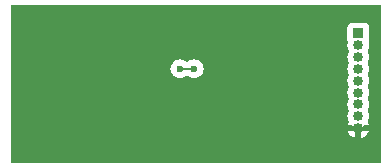
<source format=gbr>
%TF.GenerationSoftware,KiCad,Pcbnew,8.0.7*%
%TF.CreationDate,2025-01-01T23:53:00-05:00*%
%TF.ProjectId,PCB_Capstone_prototype_1_optical_S,5043425f-4361-4707-9374-6f6e655f7072,rev?*%
%TF.SameCoordinates,Original*%
%TF.FileFunction,Copper,L2,Bot*%
%TF.FilePolarity,Positive*%
%FSLAX46Y46*%
G04 Gerber Fmt 4.6, Leading zero omitted, Abs format (unit mm)*
G04 Created by KiCad (PCBNEW 8.0.7) date 2025-01-01 23:53:00*
%MOMM*%
%LPD*%
G01*
G04 APERTURE LIST*
%TA.AperFunction,ComponentPad*%
%ADD10R,0.850000X0.850000*%
%TD*%
%TA.AperFunction,ComponentPad*%
%ADD11O,0.850000X0.850000*%
%TD*%
%TA.AperFunction,ViaPad*%
%ADD12C,0.600000*%
%TD*%
%TA.AperFunction,Conductor*%
%ADD13C,0.200000*%
%TD*%
G04 APERTURE END LIST*
D10*
%TO.P,J1,1,Pin_1*%
%TO.N,Net-(J1-Pin_1)*%
X115000000Y-52000000D03*
D11*
%TO.P,J1,2,Pin_2*%
X115000000Y-53000000D03*
%TO.P,J1,3,Pin_3*%
%TO.N,Net-(J1-Pin_3)*%
X115000000Y-54000000D03*
%TO.P,J1,4,Pin_4*%
%TO.N,Net-(J1-Pin_4)*%
X115000000Y-55000000D03*
%TO.P,J1,5,Pin_5*%
%TO.N,Net-(J1-Pin_5)*%
X115000000Y-56000000D03*
%TO.P,J1,6,Pin_6*%
%TO.N,Net-(J1-Pin_6)*%
X115000000Y-57000000D03*
%TO.P,J1,7,Pin_7*%
%TO.N,Net-(J1-Pin_7)*%
X115000000Y-58000000D03*
%TO.P,J1,8,Pin_8*%
%TO.N,Net-(J1-Pin_8)*%
X115000000Y-59000000D03*
%TO.P,J1,9,Pin_9*%
%TO.N,GND*%
X115000000Y-60000000D03*
%TD*%
D12*
%TO.N,Net-(U1-VDDA)*%
X101100000Y-55000000D03*
X99900000Y-55000000D03*
%TO.N,GND*%
X100500000Y-60500000D03*
X90049999Y-55450001D03*
X112900000Y-60400000D03*
X98500000Y-56000000D03*
X96500000Y-60000000D03*
X95500000Y-55000000D03*
X102500000Y-59500000D03*
X88000000Y-58000000D03*
X104500000Y-56500000D03*
%TD*%
D13*
%TO.N,Net-(U1-VDDA)*%
X101100000Y-55000000D02*
X99900000Y-55000000D01*
%TD*%
%TA.AperFunction,Conductor*%
%TO.N,GND*%
G36*
X116892539Y-49570185D02*
G01*
X116938294Y-49622989D01*
X116949500Y-49674500D01*
X116949500Y-62825500D01*
X116929815Y-62892539D01*
X116877011Y-62938294D01*
X116825500Y-62949500D01*
X85674500Y-62949500D01*
X85607461Y-62929815D01*
X85561706Y-62877011D01*
X85550500Y-62825500D01*
X85550500Y-60250000D01*
X114108628Y-60250000D01*
X114150316Y-60378306D01*
X114150317Y-60378307D01*
X114247536Y-60546694D01*
X114247535Y-60546694D01*
X114377639Y-60691190D01*
X114377642Y-60691192D01*
X114534950Y-60805484D01*
X114712587Y-60884573D01*
X114749999Y-60892524D01*
X114750000Y-60892524D01*
X115250000Y-60892524D01*
X115287412Y-60884573D01*
X115465049Y-60805484D01*
X115622357Y-60691192D01*
X115622360Y-60691190D01*
X115752463Y-60546694D01*
X115849682Y-60378307D01*
X115849683Y-60378306D01*
X115891372Y-60250000D01*
X115250000Y-60250000D01*
X115250000Y-60892524D01*
X114750000Y-60892524D01*
X114750000Y-60250000D01*
X114108628Y-60250000D01*
X85550500Y-60250000D01*
X85550500Y-54999996D01*
X99094435Y-54999996D01*
X99094435Y-55000003D01*
X99114630Y-55179249D01*
X99114631Y-55179254D01*
X99174211Y-55349523D01*
X99192424Y-55378508D01*
X99270184Y-55502262D01*
X99397738Y-55629816D01*
X99550478Y-55725789D01*
X99720745Y-55785368D01*
X99720750Y-55785369D01*
X99899996Y-55805565D01*
X99900000Y-55805565D01*
X99900004Y-55805565D01*
X100079249Y-55785369D01*
X100079252Y-55785368D01*
X100079255Y-55785368D01*
X100249522Y-55725789D01*
X100402262Y-55629816D01*
X100402267Y-55629810D01*
X100405097Y-55627555D01*
X100407275Y-55626665D01*
X100408158Y-55626111D01*
X100408255Y-55626265D01*
X100469783Y-55601145D01*
X100482412Y-55600500D01*
X100517588Y-55600500D01*
X100584627Y-55620185D01*
X100594903Y-55627555D01*
X100597736Y-55629814D01*
X100597738Y-55629816D01*
X100750478Y-55725789D01*
X100920745Y-55785368D01*
X100920750Y-55785369D01*
X101099996Y-55805565D01*
X101100000Y-55805565D01*
X101100004Y-55805565D01*
X101279249Y-55785369D01*
X101279252Y-55785368D01*
X101279255Y-55785368D01*
X101449522Y-55725789D01*
X101602262Y-55629816D01*
X101729816Y-55502262D01*
X101825789Y-55349522D01*
X101885368Y-55179255D01*
X101905565Y-55000000D01*
X101885368Y-54820745D01*
X101825789Y-54650478D01*
X101729816Y-54497738D01*
X101602262Y-54370184D01*
X101449523Y-54274211D01*
X101279254Y-54214631D01*
X101279249Y-54214630D01*
X101100004Y-54194435D01*
X101099996Y-54194435D01*
X100920750Y-54214630D01*
X100920745Y-54214631D01*
X100750476Y-54274211D01*
X100597736Y-54370185D01*
X100594903Y-54372445D01*
X100592724Y-54373334D01*
X100591842Y-54373889D01*
X100591744Y-54373734D01*
X100530217Y-54398855D01*
X100517588Y-54399500D01*
X100482412Y-54399500D01*
X100415373Y-54379815D01*
X100405097Y-54372445D01*
X100402263Y-54370185D01*
X100402262Y-54370184D01*
X100345496Y-54334515D01*
X100249523Y-54274211D01*
X100079254Y-54214631D01*
X100079249Y-54214630D01*
X99900004Y-54194435D01*
X99899996Y-54194435D01*
X99720750Y-54214630D01*
X99720745Y-54214631D01*
X99550476Y-54274211D01*
X99397737Y-54370184D01*
X99270184Y-54497737D01*
X99174211Y-54650476D01*
X99114631Y-54820745D01*
X99114630Y-54820750D01*
X99094435Y-54999996D01*
X85550500Y-54999996D01*
X85550500Y-53000000D01*
X114069402Y-53000000D01*
X114089738Y-53193483D01*
X114149856Y-53378510D01*
X114149857Y-53378511D01*
X114184203Y-53438000D01*
X114200676Y-53505900D01*
X114184203Y-53562000D01*
X114149857Y-53621488D01*
X114149856Y-53621489D01*
X114089738Y-53806516D01*
X114069402Y-54000000D01*
X114089738Y-54193483D01*
X114149856Y-54378510D01*
X114149857Y-54378511D01*
X114184203Y-54438000D01*
X114200676Y-54505900D01*
X114184203Y-54562000D01*
X114149857Y-54621488D01*
X114149856Y-54621489D01*
X114089738Y-54806516D01*
X114069402Y-55000000D01*
X114089738Y-55193483D01*
X114149856Y-55378510D01*
X114149857Y-55378511D01*
X114184203Y-55438000D01*
X114200676Y-55505900D01*
X114184203Y-55562000D01*
X114149857Y-55621488D01*
X114149856Y-55621489D01*
X114089738Y-55806516D01*
X114069402Y-56000000D01*
X114089738Y-56193483D01*
X114149856Y-56378510D01*
X114149857Y-56378511D01*
X114184203Y-56438000D01*
X114200676Y-56505900D01*
X114184203Y-56562000D01*
X114149857Y-56621488D01*
X114149856Y-56621489D01*
X114089738Y-56806516D01*
X114069402Y-57000000D01*
X114089738Y-57193483D01*
X114149856Y-57378510D01*
X114149857Y-57378511D01*
X114184203Y-57438000D01*
X114200676Y-57505900D01*
X114184203Y-57562000D01*
X114149857Y-57621488D01*
X114149856Y-57621489D01*
X114089738Y-57806516D01*
X114069402Y-58000000D01*
X114089738Y-58193483D01*
X114149856Y-58378510D01*
X114149857Y-58378511D01*
X114184203Y-58438000D01*
X114200676Y-58505900D01*
X114184203Y-58562000D01*
X114149857Y-58621488D01*
X114149856Y-58621489D01*
X114089738Y-58806516D01*
X114069402Y-59000000D01*
X114089738Y-59193483D01*
X114149856Y-59378510D01*
X114149857Y-59378511D01*
X114184492Y-59438500D01*
X114200965Y-59506400D01*
X114184492Y-59562500D01*
X114150317Y-59621692D01*
X114150316Y-59621693D01*
X114108628Y-59749999D01*
X114108628Y-59750000D01*
X114417441Y-59750000D01*
X114484480Y-59769685D01*
X114490327Y-59773682D01*
X114534702Y-59805923D01*
X114602926Y-59836297D01*
X114712429Y-59885051D01*
X114771788Y-59897668D01*
X114750000Y-59950272D01*
X114750000Y-60049728D01*
X114788060Y-60141614D01*
X114858386Y-60211940D01*
X114950272Y-60250000D01*
X115049728Y-60250000D01*
X115141614Y-60211940D01*
X115211940Y-60141614D01*
X115250000Y-60049728D01*
X115250000Y-59950272D01*
X115228211Y-59897668D01*
X115287571Y-59885051D01*
X115465299Y-59805922D01*
X115509673Y-59773681D01*
X115575480Y-59750202D01*
X115582559Y-59750000D01*
X115891372Y-59750000D01*
X115891371Y-59749999D01*
X115849684Y-59621697D01*
X115815507Y-59562500D01*
X115799034Y-59494600D01*
X115815506Y-59438502D01*
X115850144Y-59378508D01*
X115910262Y-59193482D01*
X115930598Y-59000000D01*
X115910262Y-58806518D01*
X115850144Y-58621492D01*
X115815795Y-58561999D01*
X115799322Y-58494101D01*
X115815796Y-58438000D01*
X115850144Y-58378508D01*
X115910262Y-58193482D01*
X115930598Y-58000000D01*
X115910262Y-57806518D01*
X115850144Y-57621492D01*
X115815795Y-57561999D01*
X115799322Y-57494101D01*
X115815796Y-57438000D01*
X115850144Y-57378508D01*
X115910262Y-57193482D01*
X115930598Y-57000000D01*
X115910262Y-56806518D01*
X115850144Y-56621492D01*
X115815795Y-56561999D01*
X115799322Y-56494101D01*
X115815796Y-56438000D01*
X115850144Y-56378508D01*
X115910262Y-56193482D01*
X115930598Y-56000000D01*
X115910262Y-55806518D01*
X115850144Y-55621492D01*
X115815795Y-55561999D01*
X115799322Y-55494101D01*
X115815796Y-55438000D01*
X115850144Y-55378508D01*
X115910262Y-55193482D01*
X115930598Y-55000000D01*
X115910262Y-54806518D01*
X115850144Y-54621492D01*
X115815795Y-54561999D01*
X115799322Y-54494101D01*
X115815796Y-54438000D01*
X115850144Y-54378508D01*
X115910262Y-54193482D01*
X115930598Y-54000000D01*
X115910262Y-53806518D01*
X115850144Y-53621492D01*
X115815795Y-53561999D01*
X115799322Y-53494101D01*
X115815796Y-53438000D01*
X115850144Y-53378508D01*
X115910262Y-53193482D01*
X115930598Y-53000000D01*
X115910262Y-52806518D01*
X115880150Y-52713844D01*
X115878156Y-52644006D01*
X115881895Y-52632210D01*
X115919091Y-52532483D01*
X115925500Y-52472873D01*
X115925499Y-51527128D01*
X115919091Y-51467517D01*
X115868796Y-51332669D01*
X115868795Y-51332668D01*
X115868793Y-51332664D01*
X115782547Y-51217455D01*
X115782544Y-51217452D01*
X115667335Y-51131206D01*
X115667328Y-51131202D01*
X115532482Y-51080908D01*
X115532483Y-51080908D01*
X115472883Y-51074501D01*
X115472881Y-51074500D01*
X115472873Y-51074500D01*
X115472864Y-51074500D01*
X114527129Y-51074500D01*
X114527123Y-51074501D01*
X114467516Y-51080908D01*
X114332671Y-51131202D01*
X114332664Y-51131206D01*
X114217455Y-51217452D01*
X114217452Y-51217455D01*
X114131206Y-51332664D01*
X114131202Y-51332671D01*
X114080908Y-51467517D01*
X114074501Y-51527116D01*
X114074501Y-51527123D01*
X114074500Y-51527135D01*
X114074500Y-52472870D01*
X114074501Y-52472876D01*
X114080908Y-52532483D01*
X114118099Y-52632195D01*
X114123083Y-52701887D01*
X114119848Y-52713845D01*
X114089740Y-52806511D01*
X114089738Y-52806516D01*
X114069402Y-53000000D01*
X85550500Y-53000000D01*
X85550500Y-49674500D01*
X85570185Y-49607461D01*
X85622989Y-49561706D01*
X85674500Y-49550500D01*
X116825500Y-49550500D01*
X116892539Y-49570185D01*
G37*
%TD.AperFunction*%
%TD*%
M02*

</source>
